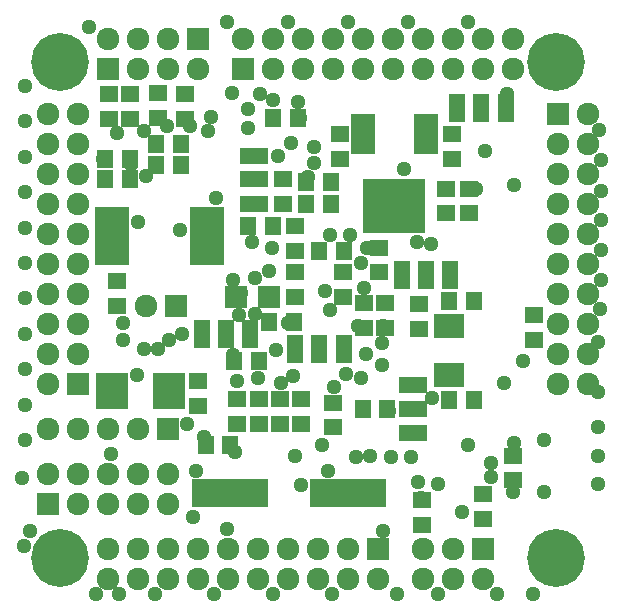
<source format=gbs>
G04 (created by PCBNEW (2013-07-07 BZR 4022)-stable) date 2015/10/09 5:51:01*
%MOIN*%
G04 Gerber Fmt 3.4, Leading zero omitted, Abs format*
%FSLAX34Y34*%
G01*
G70*
G90*
G04 APERTURE LIST*
%ADD10C,0.00393701*%
%ADD11R,0.0787402X0.133858*%
%ADD12R,0.205748X0.180748*%
%ADD13R,0.0748031X0.0748031*%
%ADD14R,0.110236X0.122048*%
%ADD15R,0.0551181X0.0944882*%
%ADD16R,0.0944882X0.0551181*%
%ADD17R,0.075748X0.075748*%
%ADD18C,0.075748*%
%ADD19C,0.192913*%
%ADD20R,0.0551181X0.060748*%
%ADD21R,0.060748X0.0551181*%
%ADD22R,0.11811X0.192913*%
%ADD23R,0.251968X0.0944882*%
%ADD24R,0.102362X0.0826772*%
%ADD25C,0.051148*%
%ADD26C,0.050748*%
G04 APERTURE END LIST*
G54D10*
G54D11*
X40005Y-23645D03*
X42120Y-23645D03*
G54D12*
X41062Y-26061D03*
G54D13*
X35787Y-29094D03*
X36889Y-29094D03*
G54D14*
X31653Y-32204D03*
X33543Y-32204D03*
G54D15*
X38543Y-30826D03*
X39370Y-30826D03*
X37755Y-30826D03*
G54D16*
X41692Y-32834D03*
X41692Y-32007D03*
X41692Y-33622D03*
X36377Y-25157D03*
X36377Y-25984D03*
X36377Y-24370D03*
G54D15*
X42125Y-28346D03*
X41299Y-28346D03*
X42913Y-28346D03*
X35433Y-30314D03*
X36259Y-30314D03*
X34645Y-30314D03*
X43937Y-22795D03*
X44763Y-22795D03*
X43149Y-22795D03*
G54D17*
X29500Y-36000D03*
G54D18*
X29500Y-35000D03*
X30500Y-36000D03*
X30500Y-35000D03*
X31500Y-36000D03*
X31500Y-35000D03*
X32500Y-36000D03*
X32500Y-35000D03*
X33500Y-36000D03*
X33500Y-35000D03*
G54D17*
X33500Y-33500D03*
G54D18*
X32500Y-33500D03*
X31500Y-33500D03*
X30500Y-33500D03*
X29500Y-33500D03*
G54D17*
X34500Y-20500D03*
G54D18*
X33500Y-20500D03*
X32500Y-20500D03*
X31500Y-20500D03*
G54D17*
X31500Y-21500D03*
G54D18*
X32500Y-21500D03*
X33500Y-21500D03*
X34500Y-21500D03*
G54D17*
X33767Y-29370D03*
G54D18*
X32767Y-29370D03*
G54D17*
X36000Y-21500D03*
G54D18*
X36000Y-20500D03*
X37000Y-21500D03*
X37000Y-20500D03*
X38000Y-21500D03*
X38000Y-20500D03*
X39000Y-21500D03*
X39000Y-20500D03*
X40000Y-21500D03*
X40000Y-20500D03*
X41000Y-21500D03*
X41000Y-20500D03*
X42000Y-21500D03*
X42000Y-20500D03*
X43000Y-21500D03*
X43000Y-20500D03*
X44000Y-21500D03*
X44000Y-20500D03*
X45000Y-21500D03*
X45000Y-20500D03*
G54D17*
X30500Y-32000D03*
G54D18*
X29500Y-32000D03*
X30500Y-31000D03*
X29500Y-31000D03*
X30500Y-30000D03*
X29500Y-30000D03*
X30500Y-29000D03*
X29500Y-29000D03*
X30500Y-28000D03*
X29500Y-28000D03*
X30500Y-27000D03*
X29500Y-27000D03*
X30500Y-26000D03*
X29500Y-26000D03*
X30500Y-25000D03*
X29500Y-25000D03*
X30500Y-24000D03*
X29500Y-24000D03*
X30500Y-23000D03*
X29500Y-23000D03*
G54D17*
X46500Y-23000D03*
G54D18*
X47500Y-23000D03*
X46500Y-24000D03*
X47500Y-24000D03*
X46500Y-25000D03*
X47500Y-25000D03*
X46500Y-26000D03*
X47500Y-26000D03*
X46500Y-27000D03*
X47500Y-27000D03*
X46500Y-28000D03*
X47500Y-28000D03*
X46500Y-29000D03*
X47500Y-29000D03*
X46500Y-30000D03*
X47500Y-30000D03*
X46500Y-31000D03*
X47500Y-31000D03*
X46500Y-32000D03*
X47500Y-32000D03*
G54D17*
X40500Y-37500D03*
G54D18*
X40500Y-38500D03*
X39500Y-37500D03*
X39500Y-38500D03*
X38500Y-37500D03*
X38500Y-38500D03*
X37500Y-37500D03*
X37500Y-38500D03*
X36500Y-37500D03*
X36500Y-38500D03*
X35500Y-37500D03*
X35500Y-38500D03*
X34500Y-37500D03*
X34500Y-38500D03*
X33500Y-37500D03*
X33500Y-38500D03*
X32500Y-37500D03*
X32500Y-38500D03*
X31500Y-37500D03*
X31500Y-38500D03*
G54D19*
X46456Y-37795D03*
X29921Y-21259D03*
X46456Y-21259D03*
X29921Y-37795D03*
G54D20*
X40826Y-32834D03*
X40000Y-32834D03*
X36535Y-31220D03*
X35708Y-31220D03*
X35590Y-34015D03*
X34763Y-34015D03*
X36181Y-26732D03*
X37007Y-26732D03*
G54D21*
X37755Y-27559D03*
X37755Y-26732D03*
X31811Y-28543D03*
X31811Y-29370D03*
X33188Y-22283D03*
X33188Y-23110D03*
X34094Y-22322D03*
X34094Y-23149D03*
X39330Y-28267D03*
X39330Y-29094D03*
X45000Y-35196D03*
X45000Y-34370D03*
X44015Y-36496D03*
X44015Y-35669D03*
X37952Y-32480D03*
X37952Y-33307D03*
X37244Y-32480D03*
X37244Y-33307D03*
X34527Y-31889D03*
X34527Y-32716D03*
G54D20*
X33110Y-24685D03*
X33937Y-24685D03*
X33110Y-23976D03*
X33937Y-23976D03*
G54D21*
X39000Y-32606D03*
X39000Y-33433D03*
X43543Y-26299D03*
X43543Y-25472D03*
X42795Y-26299D03*
X42795Y-25472D03*
X40551Y-28267D03*
X40551Y-27440D03*
X40039Y-29291D03*
X40039Y-30118D03*
X40748Y-29291D03*
X40748Y-30118D03*
X41889Y-29330D03*
X41889Y-30157D03*
G54D20*
X39370Y-27559D03*
X38543Y-27559D03*
G54D21*
X37362Y-25984D03*
X37362Y-25157D03*
G54D20*
X38110Y-25984D03*
X38937Y-25984D03*
X37834Y-23110D03*
X37007Y-23110D03*
G54D21*
X39251Y-23661D03*
X39251Y-24488D03*
G54D20*
X38110Y-25236D03*
X38937Y-25236D03*
G54D21*
X42992Y-23661D03*
X42992Y-24488D03*
X32244Y-22322D03*
X32244Y-23149D03*
X31535Y-22322D03*
X31535Y-23149D03*
G54D20*
X42874Y-29212D03*
X43700Y-29212D03*
X42874Y-32519D03*
X43700Y-32519D03*
G54D22*
X31653Y-27047D03*
X34803Y-27047D03*
G54D21*
X37755Y-29094D03*
X37755Y-28267D03*
G54D20*
X36889Y-29921D03*
X37716Y-29921D03*
G54D21*
X36535Y-32480D03*
X36535Y-33307D03*
X35826Y-32480D03*
X35826Y-33307D03*
X41968Y-36692D03*
X41968Y-35866D03*
G54D20*
X32244Y-25157D03*
X31417Y-25157D03*
X32244Y-24488D03*
X31417Y-24488D03*
G54D21*
X45708Y-30511D03*
X45708Y-29685D03*
G54D17*
X44000Y-37500D03*
G54D18*
X44000Y-38500D03*
X43000Y-37500D03*
X43000Y-38500D03*
X42000Y-37500D03*
X42000Y-38500D03*
G54D23*
X35590Y-35629D03*
X39527Y-35629D03*
G54D24*
X42874Y-31692D03*
X42874Y-30039D03*
G54D25*
X46042Y-35590D03*
X46042Y-33858D03*
G54D26*
X31614Y-34330D03*
X32480Y-31692D03*
X42283Y-27322D03*
X41811Y-27244D03*
X39960Y-27952D03*
X35472Y-36811D03*
X41850Y-35236D03*
X38858Y-34881D03*
X35748Y-34251D03*
X35708Y-35551D03*
X39527Y-35629D03*
X40629Y-31338D03*
X40629Y-30629D03*
X32283Y-24645D03*
X32795Y-25039D03*
X37283Y-31968D03*
X37677Y-31732D03*
X44724Y-31968D03*
X42322Y-32440D03*
X45354Y-31220D03*
X39055Y-32086D03*
X37834Y-22598D03*
X33976Y-30314D03*
X35629Y-22283D03*
X33543Y-30511D03*
X33188Y-30826D03*
X32716Y-30826D03*
X35944Y-28937D03*
X44291Y-34606D03*
X44291Y-35078D03*
X32007Y-30511D03*
X36889Y-28228D03*
X40551Y-28267D03*
X35826Y-31889D03*
X36299Y-27244D03*
X40866Y-32874D03*
X32007Y-29960D03*
X31811Y-23622D03*
X32716Y-23543D03*
X37007Y-22519D03*
X41929Y-35787D03*
X43307Y-36259D03*
X45000Y-35590D03*
X33464Y-23385D03*
X34251Y-23385D03*
X31456Y-25118D03*
X31338Y-24488D03*
X34330Y-36417D03*
X34133Y-33307D03*
X37755Y-34370D03*
X41889Y-30118D03*
X38503Y-27480D03*
X40039Y-28779D03*
X42519Y-35314D03*
X43503Y-34015D03*
X36181Y-22834D03*
X36574Y-22322D03*
X34960Y-23070D03*
X39566Y-27007D03*
X38897Y-27007D03*
X44803Y-22322D03*
X37913Y-23110D03*
X35866Y-29685D03*
X38188Y-25078D03*
X38740Y-28897D03*
X38385Y-24094D03*
X32519Y-26574D03*
X28897Y-36889D03*
X37519Y-29960D03*
X35118Y-25787D03*
X39448Y-31653D03*
X39842Y-30039D03*
X43779Y-25472D03*
X41889Y-29330D03*
X40669Y-30039D03*
X39763Y-34409D03*
X40944Y-34409D03*
X41614Y-34409D03*
X40236Y-34370D03*
X37952Y-35354D03*
X40669Y-36889D03*
X36181Y-23464D03*
X33897Y-26850D03*
X35669Y-28503D03*
X36417Y-28464D03*
X37125Y-30866D03*
X36496Y-31771D03*
X38897Y-29527D03*
X36417Y-29645D03*
X36968Y-27440D03*
X31653Y-32204D03*
X45039Y-25354D03*
X44094Y-24212D03*
X47952Y-27519D03*
X47874Y-23503D03*
X41377Y-24803D03*
X28700Y-37401D03*
X28740Y-33858D03*
X28740Y-32677D03*
X28740Y-31496D03*
X28740Y-30314D03*
X28740Y-29133D03*
X28740Y-27952D03*
X28740Y-26771D03*
X28740Y-25590D03*
X28740Y-24409D03*
X28740Y-23228D03*
X28740Y-22047D03*
X28661Y-35118D03*
X40157Y-27440D03*
X34448Y-34881D03*
X30866Y-20078D03*
X43503Y-19921D03*
X41496Y-19921D03*
X39527Y-19921D03*
X37519Y-19921D03*
X35472Y-19921D03*
X47952Y-24527D03*
X47952Y-25551D03*
X47952Y-26535D03*
X47952Y-28503D03*
X47913Y-29488D03*
X47834Y-30590D03*
X47834Y-32244D03*
X47834Y-33425D03*
X47834Y-34370D03*
X47834Y-35314D03*
X45669Y-38976D03*
X44488Y-38976D03*
X42519Y-38976D03*
X41141Y-38976D03*
X38976Y-38976D03*
X37007Y-38976D03*
X35039Y-38976D03*
X33070Y-38976D03*
X31889Y-38976D03*
X31102Y-38976D03*
X45039Y-33937D03*
X37598Y-23937D03*
X37165Y-24370D03*
X34842Y-23543D03*
X34724Y-33740D03*
X34527Y-32677D03*
X39960Y-31771D03*
X38661Y-34015D03*
X35669Y-31023D03*
X40118Y-30984D03*
X38385Y-24606D03*
M02*

</source>
